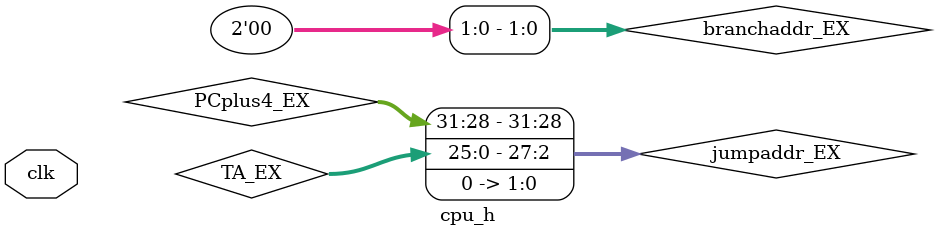
<source format=v>

`include "regfile.v"
`include "memory.v"
`include "dff.v"
`include "mux.v"
`include "mux4.v"
`include "alu.v"
`include "instructiondecoder.v"
`include "lut.v"
`include "forwardingLUT.v"
`include "lwhazard.v"

module cpu_h
(
    input clk
);

    // control wires
    wire RegDst_ID, RegWr_ID, MemWr_ID, MemToReg_ID, ALUsrc_ID, IsJump_ID, IsJAL_ID, IsJR_ID, IsBranch_ID;
    wire RegDst_ID_F, RegWr_ID_F, MemWr_ID_F, MemToReg_ID_F, ALUsrc_ID_F, IsJump_ID_F, IsBranch_ID_F;
    wire RegDst_EX, RegWr_EX, MemWr_EX, MemToReg_EX, ALUsrc_EX, IsJump_EX, IsBranch_EX;
    wire RegWr_MEM, MemWr_MEM, MemToReg_MEM, IsJump_MEM, IsBranch_MEM;
    wire RegWr_WB, MemToReg_WB;
    wire [2:0] ALUctrl_ID, ALUctrl_ID_F, ALUctrl_EX, ALUctrl_EX_F;
    // decoder wires
    wire [5:0] OP_ID, FUNCT_ID;
    wire [4:0] RS_ID, RT_ID, RD_ID, SHAMT_ID;
    wire [4:0] RS_EX, RT_EX, RD_EX, RD_MEM, RD_WB;
    wire [15:0] IMM16_ID, IMM16_EX;
    wire [25:0] TA_ID, TA_EX;
    wire [31:0] SE_ID, SE_EX;
    // flag wires
    wire zero_EX, zero_MEM;
    wire overflow_EX, overflow_MEM;
    wire carryout_EX;
    // register wires
    wire [31:0] PCplus4_IF, PCplus4_ID, PCplus4_EX;
    wire [31:0] PCplus4addr_EX, PCplus4addr_MEM;
    wire [31:0] shift2_EX, shift2_MEM;
    wire [31:0] aluout_EX, aluout_MEM, aluout_WB;
    wire [31:0] regDa_ID, regDa_EX;
    wire [31:0] regDb_ID, regDb_EX;
    wire [4:0] regAw_EX, regAw_MEM, regAw_WB;
    wire [31:0] memout_MEM, memout_WB;
    wire [31:0] instruction_IF, instruction_ID;
    // IF exclusive wires
    wire [31:0] isbranchout_IF, isjumpout_IF;
    wire [31:0] PCcount_IF;
    // EX exclusive wires
    wire [31:0] fwdBout_EX, fwdBout_MEM;
    wire [31:0] jumpaddr_EX, branchaddr_EX;
    wire [1:0] forwardA_EX, forwardB_EX;
    wire [31:0] operandA_EX, operandB_EX;
    // WB exclusive wires
    wire [31:0] regDin_WB;

    //Stall wires
    wire StallF, StallD, FlushE;

    mux2 #(32) muxisbranch(.in0(PCplus4_IF),
                    .in1(PCplus4addr_MEM),
                    .sel(IsBranch_MEM),
                    .out(isbranchout_IF));

    mux2 #(32) muxisjump(.in0(isbranchout_IF),
                    .in1(shift2_MEM),
                    .sel(IsJump_MEM),
                    .out(isjumpout_IF));

    dff #(32) pccounter(.clk(clk),
                    .enable(StallF),
                    .d(isjumpout_IF),
                    .q(PCcount_IF));

    assign PCplus4_IF = PCcount_IF + 32'h00000004;

    memory mem(.clk(clk),
                    .WrEn(MemWr_MEM),
                    .DataAddr(aluout_MEM),
                    .DataIn(fwdBout_MEM),
                    .DataOut(memout_MEM),
                    .InstrAddr(PCcount_IF),
                    .Instruction(instruction_IF));

    lwHazard lwhaz(.ex_rs(RS_EX),
                  .ex_rt(RS_EX),
                  .id_rs(RS_ID),
                  .id_rt(RT_ID),
                  .clk(clk),
                  .MemToReg_EX(MemToReg_EX),
                  .StallF(StallF),
                  .StallD(StallD),
                  .FlushE(FlushE));

    // IF/ID Register
    ifid ifidreg(.clk(clk),
                    .enable(StallD),
                    .dR0(PCplus4_IF),
                    .qR0(PCplus4_ID),
                    .dR1(instruction_IF),
                    .qR1(instruction_ID));

    instructiondecoder decoder(.OP(OP_ID),
                    .RT(RT_ID),
                    .RS(RS_ID),
                    .RD(RD_ID),
                    .IMM16(IMM16_ID),
                    .TA(TA_ID),
                    .SHAMT(SHAMT_ID),           // unused
                    .FUNCT(FUNCT_ID),
                    .instruction(instruction_ID));

    instructionLUT lut(.OP(OP_ID),
                    .FUNCT(FUNCT_ID),
                    .zero(zero_MEM),
                    .overflow(overflow_MEM),
                    .RegDst(RegDst_ID),
                    .RegWr(RegWr_ID),
                    .MemWr(MemWr_ID),
                    .MemToReg(MemToReg_ID),
                    .ALUctrl(ALUctrl_ID),
                    .ALUsrc(ALUsrc_ID),
                    .IsJump(IsJump_ID),
                    .IsJAL(IsJAL_ID),           // unused
                    .IsJR(IsJR_ID),             // unused
                    .IsBranch(IsBranch_ID));

    regfile register(.ReadData1(regDa_ID),
                    .ReadData2(regDb_ID),
                    .WriteData(regDin_WB),
                    .ReadRegister1(RS_ID),
                    .ReadRegister2(RT_ID),
                    .WriteRegister(regAw_WB),
                    .RegWrite(RegWr_WB),
                    .Clk(clk));

    assign SE_ID = {{16{IMM16_ID[15]}}, IMM16_ID};

    flushmux flush(.sel(FlushE),
                    .in0(MemToReg_ID),
                    .out0(MemToReg_ID_F),
                    .in1(RegWr_ID),
                    .out1(RegWr_ID_F),
                    .in2(MemWr_ID),
                    .out2(MemWr_ID_F),
                    .in3(IsBranch_ID),
                    .out3(IsBranch_ID_F),
                    .in4(IsJump_ID),
                    .out4(IsJump_ID_F),
                    .in5(ALUsrc_ID),
                    .out5(ALUsrc_ID_F),
                    .in6(RegDst_ID),
                    .out6(RegDst_ID_F),
                    .in7(ALUctrl_ID),
                    .out7(ALUctrl_ID_F));

    // ID/EX Register
    idex idexreg(.clk(clk),
                    .enable(1'b1),
                    .dR0(regDa_ID),
                    .qR0(regDa_EX),
                    .dR1(regDb_ID),
                    .qR1(regDb_EX),
                    .dR2(PCplus4_ID),
                    .qR2(PCplus4_EX),
                    .dR3(SE_ID),
                    .qR3(SE_EX),
                    .dR4(RS_ID),
                    .qR4(RS_EX),
                    .dR5(RT_ID),
                    .qR5(RT_EX),
                    .dR6(RD_ID),
                    .qR6(RD_EX),
                    .dR7(TA_ID),
                    .qR7(TA_EX),
                    .dR8(IMM16_ID),
                    .qR8(IMM16_EX),
                    .dC0(MemToReg_ID_F),
                    .qC0(MemToReg_EX),
                    .dC1(RegWr_ID_F),
                    .qC1(RegWr_EX),
                    .dC2(MemWr_ID_F),
                    .qC2(MemWr_EX),
                    .dC3(IsBranch_ID_F),
                    .qC3(IsBranch_EX),
                    .dC4(IsJump_ID_F),
                    .qC4(IsJump_EX),
                    .dC5(ALUsrc_ID_F),
                    .qC5(ALUsrc_EX),
                    .dC6(RegDst_ID_F),
                    .qC6(RegDst_EX),
                    .dC10(ALUctrl_ID_F),
                    .qC10(ALUctrl_EX));

    mux4 #(32) fwdA(.in0(regDa_EX),
                    .in1(regDin_WB),
                    .in2(aluout_MEM),
                    .in3(32'h00000000),
                    .sel(forwardA_EX),
                    .out(operandA_EX));

    mux4 #(32) fwdB(.in0(regDb_EX),
                    .in1(regDin_WB),
                    .in2(aluout_MEM),
                    .in3(32'h00000000),
                    .sel(forwardB_EX),
                    .out(fwdBout_EX));

    mux2 #(32) alusrc(.in0(fwdBout_EX),
                    .in1(SE_EX),
                    .sel(ALUsrc_EX),
                    .out(operandB_EX));

    ALU alumain(.carryout(carryout_EX),         // unused
                    .zero(zero_EX),
                    .overflow(overflow_EX),
                    .result(aluout_EX),
                    .operandA(operandA_EX),
                    .operandB(operandB_EX),
                    .command(ALUctrl_EX));

    assign jumpaddr_EX = {PCplus4_EX[31:28], TA_EX, 2'b00};
    assign branchaddr_EX = {{14{IMM16_EX[15]}}, IMM16_EX, 2'b00};

    mux2 #(32) muxshift2(.in0(jumpaddr_EX),
                    .in1(branchaddr_EX),
                    .sel(IsBranch_EX),
                    .out(shift2_EX));

    assign PCplus4addr_EX = PCplus4_EX + shift2_EX;

    mux2 #(5) muxregdst(.in0(RT_EX),
                    .in1(RD_EX),
                    .sel(RegDst_EX),
                    .out(regAw_EX));

    forwardingLUT forwardingLUT(.ex_rs(RS_EX),
                    .ex_rt(RT_EX),
                    .mem_regAw(regAw_MEM),
                    .wb_regAw(regAw_WB),
                    .mem_regWrite(RegWr_MEM),
                    .wb_regWrite(RegWr_WB),
                    .clk(clk),
                    .forwardA(forwardA_EX),
                    .forwardB(forwardB_EX));

    // EX/MEM Register
    exmem exmemreg(.clk(clk),
                    .enable(1'b1),
                    .dR0(aluout_EX),
                    .qR0(aluout_MEM),
                    .dR1(fwdBout_EX),
                    .qR1(fwdBout_MEM),
                    .dR2(PCplus4addr_EX),
                    .qR2(PCplus4addr_MEM),
                    .dR3(shift2_EX),
                    .qR3(shift2_MEM),
                    .dR4(RD_EX),
                    .qR4(RD_MEM),
                    .dA0(regAw_EX),
                    .qA0(regAw_MEM),
                    .dC0(MemToReg_EX),
                    .qC0(MemToReg_MEM),
                    .dC1(RegWr_EX),
                    .qC1(RegWr_MEM),
                    .dC2(MemWr_EX),
                    .qC2(MemWr_MEM),
                    .dC3(IsBranch_EX),
                    .qC3(IsBranch_MEM),
                    .dC4(IsJump_EX),
                    .qC4(IsJump_MEM),
                    .dF0(zero_EX),
                    .qF0(zero_MEM),
                    .dF1(overflow_EX),
                    .qF1(overflow_MEM));

    // MEM/WB Register
    memwb memwbreg(.clk(clk),
                    .enable(1'b1),
                    .dR0(aluout_MEM),
                    .qR0(aluout_WB),
                    .dR1(memout_MEM),
                    .qR1(memout_WB),
                    .dR2(RD_MEM),
                    .qR2(RD_WB),
                    .dA0(regAw_MEM),
                    .qA0(regAw_WB),
                    .dC0(MemToReg_MEM),
                    .qC0(MemToReg_WB),
                    .dC1(RegWr_MEM),
                    .qC1(RegWr_WB));

    mux2 #(32) mem2reg(.in0(aluout_WB),
                    .in1(memout_WB),
                    .sel(MemToReg_WB),
                    .out(regDin_WB));

endmodule

</source>
